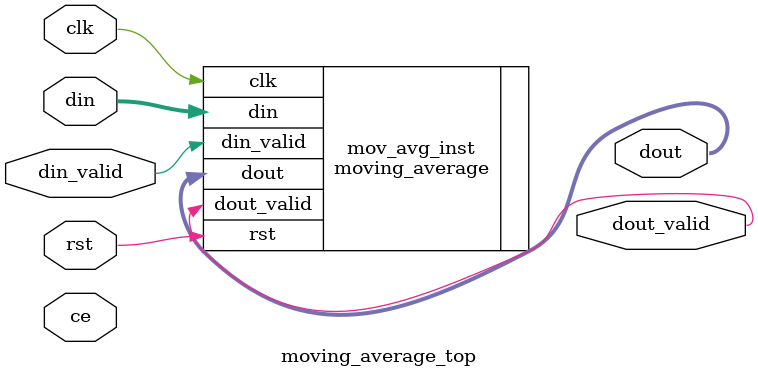
<source format=v>
`include "/home/Workspace/seba/frb_actual/includes.v"

module moving_average_top
 (
    input wire clk,
    input wire ce,
    input wire rst,
    input wire signed [24:0] din,
    input wire din_valid,
    output wire signed [24:0] dout,
    output wire dout_valid
);

moving_average #(
    .DIN_WIDTH(25),
    .DIN_POINT(24),
    .WINDOW_LEN(128),
    .DOUT_WIDTH(25),
    .APPROX("truncate")
) mov_avg_inst (
    .clk(clk),
    .rst(rst),
    .din(din),
    .din_valid(din_valid),
    .dout(dout),
    .dout_valid(dout_valid)
);

endmodule

</source>
